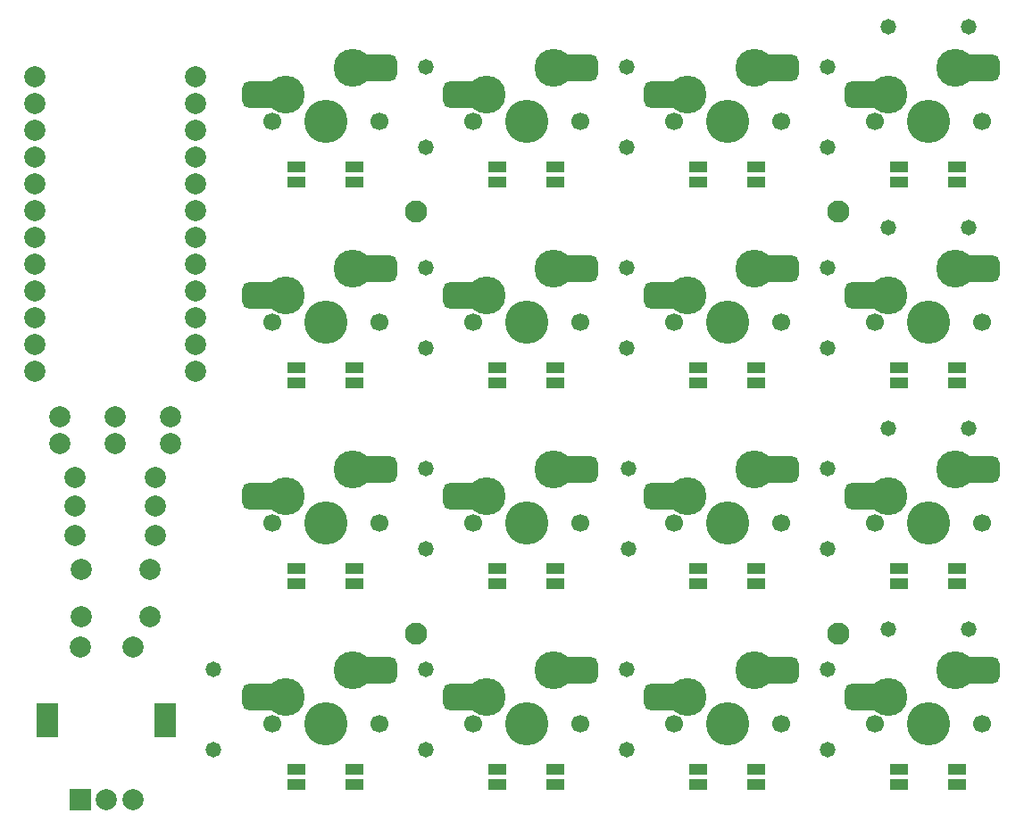
<source format=gbs>
%TF.GenerationSoftware,KiCad,Pcbnew,(6.0.1)*%
%TF.CreationDate,2022-02-09T09:53:17+01:00*%
%TF.ProjectId,dumbpad,64756d62-7061-4642-9e6b-696361645f70,rev?*%
%TF.SameCoordinates,Original*%
%TF.FileFunction,Soldermask,Bot*%
%TF.FilePolarity,Negative*%
%FSLAX46Y46*%
G04 Gerber Fmt 4.6, Leading zero omitted, Abs format (unit mm)*
G04 Created by KiCad (PCBNEW (6.0.1)) date 2022-02-09 09:53:17*
%MOMM*%
%LPD*%
G01*
G04 APERTURE LIST*
G04 Aperture macros list*
%AMRoundRect*
0 Rectangle with rounded corners*
0 $1 Rounding radius*
0 $2 $3 $4 $5 $6 $7 $8 $9 X,Y pos of 4 corners*
0 Add a 4 corners polygon primitive as box body*
4,1,4,$2,$3,$4,$5,$6,$7,$8,$9,$2,$3,0*
0 Add four circle primitives for the rounded corners*
1,1,$1+$1,$2,$3*
1,1,$1+$1,$4,$5*
1,1,$1+$1,$6,$7*
1,1,$1+$1,$8,$9*
0 Add four rect primitives between the rounded corners*
20,1,$1+$1,$2,$3,$4,$5,0*
20,1,$1+$1,$4,$5,$6,$7,0*
20,1,$1+$1,$6,$7,$8,$9,0*
20,1,$1+$1,$8,$9,$2,$3,0*%
G04 Aperture macros list end*
%ADD10C,2.006600*%
%ADD11C,2.100000*%
%ADD12R,2.000000X2.000000*%
%ADD13C,2.000000*%
%ADD14R,2.000000X3.200000*%
%ADD15C,4.100000*%
%ADD16C,1.700000*%
%ADD17C,3.600000*%
%ADD18RoundRect,0.625000X1.125000X0.625000X-1.125000X0.625000X-1.125000X-0.625000X1.125000X-0.625000X0*%
%ADD19C,1.477000*%
%ADD20R,1.700000X1.000000*%
G04 APERTURE END LIST*
D10*
%TO.C,S17*%
X106799900Y-118743000D03*
X113302300Y-118743000D03*
X106799900Y-123264200D03*
X113302300Y-123264200D03*
%TD*%
D11*
%TO.C,REF\u002A\u002A*%
X138576100Y-124828600D03*
%TD*%
%TO.C,REF\u002A\u002A*%
X178576100Y-124828600D03*
%TD*%
D10*
%TO.C,B1*%
X102431100Y-72053600D03*
X102431100Y-74593600D03*
X102431100Y-77133600D03*
X102431100Y-79673600D03*
X102431100Y-82213600D03*
X102431100Y-84753600D03*
X102431100Y-87293600D03*
X102431100Y-89833600D03*
X102431100Y-92373600D03*
X102431100Y-94913600D03*
X102431100Y-97453600D03*
X102431100Y-99993600D03*
X117671100Y-99993600D03*
X117671100Y-97453600D03*
X117671100Y-94913600D03*
X117671100Y-92373600D03*
X117671100Y-89833600D03*
X117671100Y-87293600D03*
X117671100Y-84753600D03*
X117671100Y-82213600D03*
X117671100Y-79673600D03*
X117671100Y-77133600D03*
X117671100Y-74593600D03*
X117671100Y-72053600D03*
%TD*%
D12*
%TO.C,RE_3_1*%
X106720000Y-140600000D03*
D13*
X111720000Y-140600000D03*
X109220000Y-140600000D03*
D14*
X103620000Y-133100000D03*
X114820000Y-133100000D03*
D13*
X111720000Y-126100000D03*
X106720000Y-126100000D03*
%TD*%
D10*
%TO.C,R3*%
X106241100Y-115503600D03*
X113861100Y-115503600D03*
%TD*%
%TO.C,R1*%
X106241100Y-110003600D03*
X113861100Y-110003600D03*
%TD*%
%TO.C,D18*%
X110051100Y-104233600D03*
X110051100Y-106773600D03*
%TD*%
%TO.C,D19*%
X115301100Y-104233600D03*
X115301100Y-106773600D03*
%TD*%
D11*
%TO.C,REF\u002A\u002A*%
X138576100Y-84828600D03*
%TD*%
D10*
%TO.C,D17*%
X104801100Y-104233600D03*
X104801100Y-106773600D03*
%TD*%
%TO.C,R2*%
X106241100Y-112753600D03*
X113861100Y-112753600D03*
%TD*%
D11*
%TO.C,REF\u002A\u002A*%
X178576100Y-84828600D03*
%TD*%
D15*
%TO.C,S1*%
X130001100Y-76253600D03*
D16*
X124921100Y-76253600D03*
X135081100Y-76253600D03*
D17*
X132541100Y-71173600D03*
X126191100Y-73713600D03*
D18*
X135001100Y-71173600D03*
X123801100Y-73713600D03*
%TD*%
D19*
%TO.C,D10*%
X158750000Y-109220000D03*
X158750000Y-116840000D03*
%TD*%
D20*
%TO.C,LED7*%
X146301100Y-99630000D03*
X146301100Y-101030000D03*
X151801100Y-101030000D03*
X151801100Y-99630000D03*
%TD*%
D15*
%TO.C,S15*%
X168101100Y-133403600D03*
D16*
X163021100Y-133403600D03*
X173181100Y-133403600D03*
D17*
X170641100Y-128323600D03*
X164291100Y-130863600D03*
D18*
X173101100Y-128323600D03*
X161901100Y-130863600D03*
%TD*%
D16*
%TO.C,S8*%
X192231100Y-95303600D03*
X182071100Y-95303600D03*
D15*
X187151100Y-95303600D03*
D17*
X189691100Y-90223600D03*
X183341100Y-92763600D03*
D18*
X192151100Y-90223600D03*
X180951100Y-92763600D03*
%TD*%
D15*
%TO.C,S2*%
X149051100Y-76253600D03*
D16*
X154131100Y-76253600D03*
X143971100Y-76253600D03*
D17*
X151591100Y-71173600D03*
X145241100Y-73713600D03*
D18*
X154051100Y-71173600D03*
X142851100Y-73713600D03*
%TD*%
D19*
%TO.C,D8*%
X190961100Y-86360000D03*
X183341100Y-86360000D03*
%TD*%
%TO.C,D6*%
X158576100Y-90170000D03*
X158576100Y-97790000D03*
%TD*%
D20*
%TO.C,LED4*%
X189901100Y-81980000D03*
X189901100Y-80580000D03*
X184401100Y-80580000D03*
X184401100Y-81980000D03*
%TD*%
D16*
%TO.C,S4*%
X182071100Y-76253600D03*
X192231100Y-76253600D03*
D15*
X187151100Y-76253600D03*
D17*
X189691100Y-71173600D03*
X183341100Y-73713600D03*
D18*
X192151100Y-71173600D03*
X180951100Y-73713600D03*
%TD*%
D16*
%TO.C,S5*%
X135081100Y-95303600D03*
D15*
X130001100Y-95303600D03*
D16*
X124921100Y-95303600D03*
D17*
X132541100Y-90223600D03*
X126191100Y-92763600D03*
D18*
X135001100Y-90223600D03*
X123801100Y-92763600D03*
%TD*%
D19*
%TO.C,D4*%
X190961100Y-67310000D03*
X183341100Y-67310000D03*
%TD*%
D20*
%TO.C,LED12*%
X189901100Y-120080000D03*
X189901100Y-118680000D03*
X184401100Y-118680000D03*
X184401100Y-120080000D03*
%TD*%
%TO.C,LED3*%
X170851100Y-81980000D03*
X170851100Y-80580000D03*
X165351100Y-80580000D03*
X165351100Y-81980000D03*
%TD*%
D16*
%TO.C,S14*%
X143971100Y-133403600D03*
X154131100Y-133403600D03*
D15*
X149051100Y-133403600D03*
D17*
X151591100Y-128323600D03*
X145241100Y-130863600D03*
D18*
X154051100Y-128323600D03*
X142851100Y-130863600D03*
%TD*%
D15*
%TO.C,S11*%
X168101100Y-114353600D03*
D16*
X163021100Y-114353600D03*
X173181100Y-114353600D03*
D17*
X170641100Y-109273600D03*
X164291100Y-111813600D03*
D18*
X173101100Y-109273600D03*
X161901100Y-111813600D03*
%TD*%
D20*
%TO.C,LED16*%
X127251100Y-137730000D03*
X127251100Y-139130000D03*
X132751100Y-139130000D03*
X132751100Y-137730000D03*
%TD*%
D15*
%TO.C,S7*%
X168101100Y-95303600D03*
D16*
X163021100Y-95303600D03*
X173181100Y-95303600D03*
D17*
X170641100Y-90223600D03*
X164291100Y-92763600D03*
D18*
X173101100Y-90223600D03*
X161901100Y-92763600D03*
%TD*%
D16*
%TO.C,S6*%
X154131100Y-95303600D03*
D15*
X149051100Y-95303600D03*
D16*
X143971100Y-95303600D03*
D17*
X151591100Y-90223600D03*
X145241100Y-92763600D03*
D18*
X154051100Y-90223600D03*
X142851100Y-92763600D03*
%TD*%
D19*
%TO.C,D9*%
X139526100Y-109220000D03*
X139526100Y-116840000D03*
%TD*%
%TO.C,D11*%
X177626100Y-109220000D03*
X177626100Y-116840000D03*
%TD*%
D20*
%TO.C,LED10*%
X151801100Y-120080000D03*
X151801100Y-118680000D03*
X146301100Y-118680000D03*
X146301100Y-120080000D03*
%TD*%
D19*
%TO.C,D13*%
X139526100Y-128270000D03*
X139526100Y-135890000D03*
%TD*%
D20*
%TO.C,LED2*%
X151801100Y-81980000D03*
X151801100Y-80580000D03*
X146301100Y-80580000D03*
X146301100Y-81980000D03*
%TD*%
D16*
%TO.C,S12*%
X182071100Y-114353600D03*
D15*
X187151100Y-114353600D03*
D16*
X192231100Y-114353600D03*
D17*
X189691100Y-109273600D03*
X183341100Y-111813600D03*
D18*
X192151100Y-109273600D03*
X180951100Y-111813600D03*
%TD*%
D19*
%TO.C,D20*%
X119380000Y-128270000D03*
X119380000Y-135890000D03*
%TD*%
D20*
%TO.C,LED13*%
X184401100Y-137730000D03*
X184401100Y-139130000D03*
X189901100Y-139130000D03*
X189901100Y-137730000D03*
%TD*%
D19*
%TO.C,D7*%
X177626100Y-90170000D03*
X177626100Y-97790000D03*
%TD*%
D20*
%TO.C,LED5*%
X184401100Y-99630000D03*
X184401100Y-101030000D03*
X189901100Y-101030000D03*
X189901100Y-99630000D03*
%TD*%
D15*
%TO.C,S3*%
X168101100Y-76253600D03*
D16*
X173181100Y-76253600D03*
X163021100Y-76253600D03*
D17*
X170641100Y-71173600D03*
X164291100Y-73713600D03*
D18*
X173101100Y-71173600D03*
X161901100Y-73713600D03*
%TD*%
D19*
%TO.C,D5*%
X139526100Y-90170000D03*
X139526100Y-97790000D03*
%TD*%
%TO.C,D16*%
X190961100Y-124460000D03*
X183341100Y-124460000D03*
%TD*%
%TO.C,D14*%
X158576100Y-128270000D03*
X158576100Y-135890000D03*
%TD*%
%TO.C,D3*%
X177626100Y-71120000D03*
X177626100Y-78740000D03*
%TD*%
%TO.C,D15*%
X177626100Y-128270000D03*
X177626100Y-135890000D03*
%TD*%
D20*
%TO.C,LED6*%
X165351100Y-99630000D03*
X165351100Y-101030000D03*
X170851100Y-101030000D03*
X170851100Y-99630000D03*
%TD*%
%TO.C,LED1*%
X132751100Y-81980000D03*
X132751100Y-80580000D03*
X127251100Y-80580000D03*
X127251100Y-81980000D03*
%TD*%
D15*
%TO.C,S13*%
X130001100Y-133407200D03*
D16*
X124921100Y-133407200D03*
X135081100Y-133407200D03*
D17*
X132541100Y-128327200D03*
X126191100Y-130867200D03*
D18*
X135001100Y-128327200D03*
X123801100Y-130867200D03*
%TD*%
D20*
%TO.C,LED9*%
X132751100Y-120080000D03*
X132751100Y-118680000D03*
X127251100Y-118680000D03*
X127251100Y-120080000D03*
%TD*%
D16*
%TO.C,S9*%
X124921100Y-114353600D03*
X135081100Y-114353600D03*
D15*
X130001100Y-114353600D03*
D17*
X132541100Y-109273600D03*
X126191100Y-111813600D03*
D18*
X135001100Y-109273600D03*
X123801100Y-111813600D03*
%TD*%
D20*
%TO.C,LED11*%
X170851100Y-120080000D03*
X170851100Y-118680000D03*
X165351100Y-118680000D03*
X165351100Y-120080000D03*
%TD*%
D19*
%TO.C,D1*%
X139526100Y-71120000D03*
X139526100Y-78740000D03*
%TD*%
D16*
%TO.C,S16*%
X182071100Y-133407200D03*
X192231100Y-133407200D03*
D15*
X187151100Y-133407200D03*
D17*
X189691100Y-128327200D03*
X183341100Y-130867200D03*
D18*
X192151100Y-128327200D03*
X180951100Y-130867200D03*
%TD*%
D20*
%TO.C,LED15*%
X146301100Y-137730000D03*
X146301100Y-139130000D03*
X151801100Y-139130000D03*
X151801100Y-137730000D03*
%TD*%
D19*
%TO.C,D12*%
X190961100Y-105410000D03*
X183341100Y-105410000D03*
%TD*%
D20*
%TO.C,LED8*%
X127251100Y-99630000D03*
X127251100Y-101030000D03*
X132751100Y-101030000D03*
X132751100Y-99630000D03*
%TD*%
D19*
%TO.C,D2*%
X158576100Y-71120000D03*
X158576100Y-78740000D03*
%TD*%
D20*
%TO.C,LED14*%
X165351100Y-137730000D03*
X165351100Y-139130000D03*
X170851100Y-139130000D03*
X170851100Y-137730000D03*
%TD*%
D15*
%TO.C,S10*%
X149051100Y-114353600D03*
D16*
X143971100Y-114353600D03*
X154131100Y-114353600D03*
D17*
X151591100Y-109273600D03*
X145241100Y-111813600D03*
D18*
X154051100Y-109273600D03*
X142851100Y-111813600D03*
%TD*%
M02*

</source>
